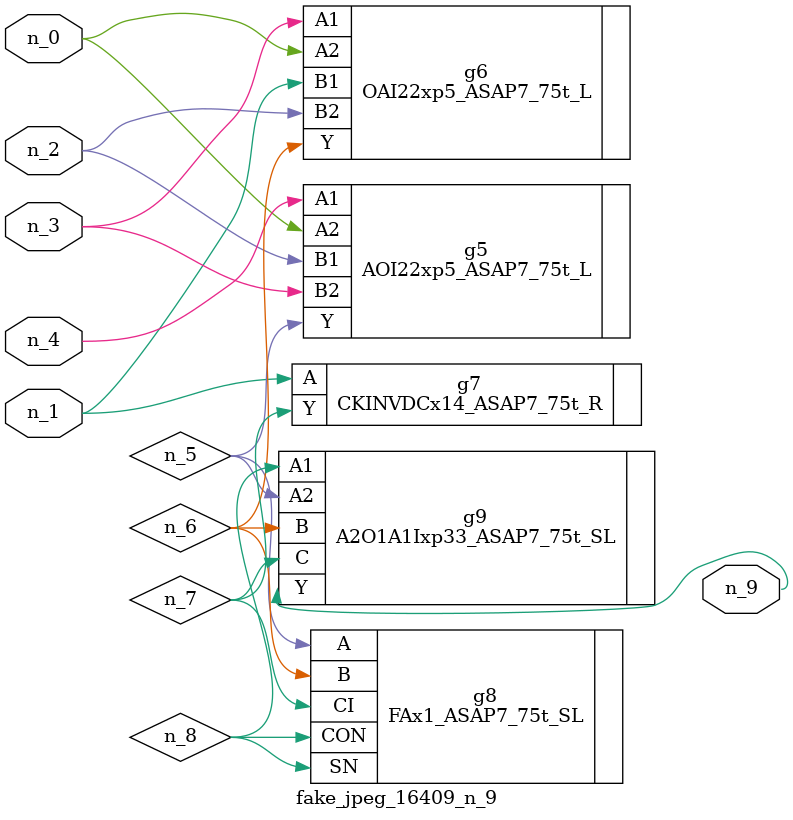
<source format=v>
module fake_jpeg_16409_n_9 (n_3, n_2, n_1, n_0, n_4, n_9);

input n_3;
input n_2;
input n_1;
input n_0;
input n_4;

output n_9;

wire n_8;
wire n_6;
wire n_5;
wire n_7;

AOI22xp5_ASAP7_75t_L g5 ( 
.A1(n_4),
.A2(n_0),
.B1(n_2),
.B2(n_3),
.Y(n_5)
);

OAI22xp5_ASAP7_75t_L g6 ( 
.A1(n_3),
.A2(n_0),
.B1(n_1),
.B2(n_2),
.Y(n_6)
);

CKINVDCx14_ASAP7_75t_R g7 ( 
.A(n_1),
.Y(n_7)
);

FAx1_ASAP7_75t_SL g8 ( 
.A(n_5),
.B(n_6),
.CI(n_7),
.CON(n_8),
.SN(n_8)
);

A2O1A1Ixp33_ASAP7_75t_SL g9 ( 
.A1(n_8),
.A2(n_5),
.B(n_6),
.C(n_7),
.Y(n_9)
);


endmodule
</source>
